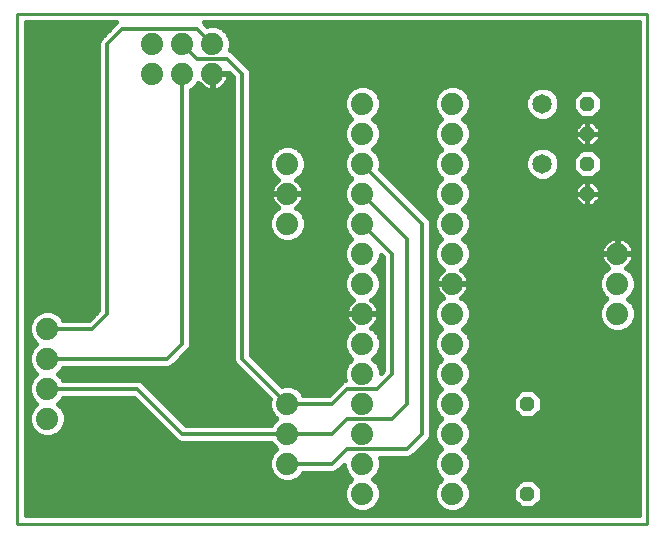
<source format=gbl>
G75*
%MOIN*%
%OFA0B0*%
%FSLAX25Y25*%
%IPPOS*%
%LPD*%
%AMOC8*
5,1,8,0,0,1.08239X$1,22.5*
%
%ADD10C,0.01000*%
%ADD11C,0.07400*%
%ADD12OC8,0.04800*%
%ADD13C,0.06500*%
%ADD14C,0.01200*%
%ADD15C,0.01600*%
D10*
X0001800Y0071500D02*
X0001800Y0241500D01*
X0211800Y0241500D01*
X0211800Y0071500D01*
X0001800Y0071500D01*
D11*
X0011800Y0106500D03*
X0011800Y0116500D03*
X0011800Y0126500D03*
X0011800Y0136500D03*
X0046800Y0221500D03*
X0046800Y0231500D03*
X0056800Y0231500D03*
X0056800Y0221500D03*
X0066800Y0221500D03*
X0066800Y0231500D03*
X0091800Y0191500D03*
X0091800Y0181500D03*
X0091800Y0171500D03*
X0116800Y0171500D03*
X0116800Y0161500D03*
X0116800Y0151500D03*
X0116800Y0141500D03*
X0116800Y0131500D03*
X0116800Y0121500D03*
X0116800Y0111500D03*
X0116800Y0101500D03*
X0116800Y0091500D03*
X0116800Y0081500D03*
X0091800Y0091500D03*
X0091800Y0101500D03*
X0091800Y0111500D03*
X0146800Y0111500D03*
X0146800Y0101500D03*
X0146800Y0091500D03*
X0146800Y0081500D03*
X0146800Y0121500D03*
X0146800Y0131500D03*
X0146800Y0141500D03*
X0146800Y0151500D03*
X0146800Y0161500D03*
X0146800Y0171500D03*
X0146800Y0181500D03*
X0146800Y0191500D03*
X0146800Y0201500D03*
X0146800Y0211500D03*
X0116800Y0211500D03*
X0116800Y0201500D03*
X0116800Y0191500D03*
X0116800Y0181500D03*
X0201800Y0161500D03*
X0201800Y0151500D03*
X0201800Y0141500D03*
D12*
X0171800Y0111500D03*
X0171800Y0081500D03*
X0191800Y0181500D03*
X0191800Y0191500D03*
X0191800Y0201500D03*
X0191800Y0211500D03*
D13*
X0176800Y0211500D03*
X0176800Y0191500D03*
D14*
X0136800Y0171500D02*
X0136800Y0101500D01*
X0131800Y0096500D01*
X0111800Y0096500D01*
X0106800Y0091500D01*
X0091800Y0091500D01*
X0091800Y0101500D02*
X0056800Y0101500D01*
X0041800Y0116500D01*
X0011800Y0116500D01*
X0011800Y0126500D02*
X0051800Y0126500D01*
X0056800Y0131500D01*
X0056800Y0221500D01*
X0061800Y0226500D02*
X0056800Y0231500D01*
X0061800Y0226500D02*
X0071800Y0226500D01*
X0076800Y0221500D01*
X0076800Y0126500D01*
X0091800Y0111500D01*
X0106800Y0111500D01*
X0111800Y0116500D01*
X0121800Y0116500D01*
X0126800Y0121500D01*
X0126800Y0161500D01*
X0116800Y0171500D01*
X0116800Y0181500D02*
X0131800Y0166500D01*
X0131800Y0111500D01*
X0126800Y0106500D01*
X0111800Y0106500D01*
X0106800Y0101500D01*
X0091800Y0101500D01*
X0031800Y0141500D02*
X0031800Y0231500D01*
X0036800Y0236500D01*
X0061800Y0236500D01*
X0066800Y0231500D01*
X0116800Y0191500D02*
X0136800Y0171500D01*
X0031800Y0141500D02*
X0026800Y0136500D01*
X0011800Y0136500D01*
D15*
X0007430Y0132243D02*
X0004700Y0132243D01*
X0004700Y0130645D02*
X0007318Y0130645D01*
X0006629Y0129955D02*
X0005700Y0127713D01*
X0005700Y0125287D01*
X0006629Y0123045D01*
X0008173Y0121500D01*
X0006629Y0119955D01*
X0005700Y0117713D01*
X0005700Y0115287D01*
X0006629Y0113045D01*
X0008173Y0111500D01*
X0006629Y0109955D01*
X0005700Y0107713D01*
X0005700Y0105287D01*
X0006629Y0103045D01*
X0008345Y0101329D01*
X0010587Y0100400D01*
X0013013Y0100400D01*
X0015255Y0101329D01*
X0016971Y0103045D01*
X0017900Y0105287D01*
X0017900Y0107713D01*
X0016971Y0109955D01*
X0015427Y0111500D01*
X0016971Y0113045D01*
X0017160Y0113500D01*
X0040557Y0113500D01*
X0054257Y0099801D01*
X0055101Y0098957D01*
X0056203Y0098500D01*
X0086440Y0098500D01*
X0086629Y0098045D01*
X0088173Y0096500D01*
X0086629Y0094955D01*
X0085700Y0092713D01*
X0085700Y0090287D01*
X0086629Y0088045D01*
X0088345Y0086329D01*
X0090587Y0085400D01*
X0093013Y0085400D01*
X0095255Y0086329D01*
X0096971Y0088045D01*
X0097160Y0088500D01*
X0107397Y0088500D01*
X0108499Y0088957D01*
X0109343Y0089801D01*
X0110700Y0091157D01*
X0110700Y0090287D01*
X0111629Y0088045D01*
X0113173Y0086500D01*
X0111629Y0084955D01*
X0110700Y0082713D01*
X0110700Y0080287D01*
X0111629Y0078045D01*
X0113345Y0076329D01*
X0115587Y0075400D01*
X0118013Y0075400D01*
X0120255Y0076329D01*
X0121971Y0078045D01*
X0122900Y0080287D01*
X0122900Y0082713D01*
X0121971Y0084955D01*
X0120427Y0086500D01*
X0121971Y0088045D01*
X0122900Y0090287D01*
X0122900Y0092713D01*
X0122574Y0093500D01*
X0132397Y0093500D01*
X0133499Y0093957D01*
X0134343Y0094801D01*
X0139343Y0099801D01*
X0139800Y0100903D01*
X0139800Y0172097D01*
X0139343Y0173199D01*
X0138499Y0174043D01*
X0122711Y0189831D01*
X0122900Y0190287D01*
X0122900Y0192713D01*
X0121971Y0194955D01*
X0120427Y0196500D01*
X0121971Y0198045D01*
X0122900Y0200287D01*
X0122900Y0202713D01*
X0121971Y0204955D01*
X0120427Y0206500D01*
X0121971Y0208045D01*
X0122900Y0210287D01*
X0122900Y0212713D01*
X0121971Y0214955D01*
X0120255Y0216671D01*
X0118013Y0217600D01*
X0115587Y0217600D01*
X0113345Y0216671D01*
X0111629Y0214955D01*
X0110700Y0212713D01*
X0110700Y0210287D01*
X0111629Y0208045D01*
X0113173Y0206500D01*
X0111629Y0204955D01*
X0110700Y0202713D01*
X0110700Y0200287D01*
X0111629Y0198045D01*
X0113173Y0196500D01*
X0111629Y0194955D01*
X0110700Y0192713D01*
X0110700Y0190287D01*
X0111629Y0188045D01*
X0113173Y0186500D01*
X0111629Y0184955D01*
X0110700Y0182713D01*
X0110700Y0180287D01*
X0111629Y0178045D01*
X0113173Y0176500D01*
X0111629Y0174955D01*
X0110700Y0172713D01*
X0110700Y0170287D01*
X0111629Y0168045D01*
X0113173Y0166500D01*
X0111629Y0164955D01*
X0110700Y0162713D01*
X0110700Y0160287D01*
X0111629Y0158045D01*
X0113173Y0156500D01*
X0111629Y0154955D01*
X0110700Y0152713D01*
X0110700Y0150287D01*
X0111629Y0148045D01*
X0113345Y0146329D01*
X0113819Y0146132D01*
X0113217Y0145695D01*
X0112605Y0145083D01*
X0112096Y0144383D01*
X0111703Y0143611D01*
X0111435Y0142788D01*
X0111300Y0141933D01*
X0111300Y0141700D01*
X0116600Y0141700D01*
X0116600Y0141300D01*
X0111300Y0141300D01*
X0111300Y0141067D01*
X0111435Y0140212D01*
X0111703Y0139389D01*
X0112096Y0138617D01*
X0112605Y0137917D01*
X0113217Y0137305D01*
X0113819Y0136868D01*
X0113345Y0136671D01*
X0111629Y0134955D01*
X0110700Y0132713D01*
X0110700Y0130287D01*
X0111629Y0128045D01*
X0113173Y0126500D01*
X0111629Y0124955D01*
X0110700Y0122713D01*
X0110700Y0120287D01*
X0111052Y0119437D01*
X0110101Y0119043D01*
X0109257Y0118199D01*
X0105557Y0114500D01*
X0097160Y0114500D01*
X0096971Y0114955D01*
X0095255Y0116671D01*
X0093013Y0117600D01*
X0090587Y0117600D01*
X0090131Y0117411D01*
X0079800Y0127743D01*
X0079800Y0222097D01*
X0079343Y0223199D01*
X0074343Y0228199D01*
X0073499Y0229043D01*
X0072548Y0229437D01*
X0072900Y0230287D01*
X0072900Y0232713D01*
X0071971Y0234955D01*
X0070255Y0236671D01*
X0068013Y0237600D01*
X0065587Y0237600D01*
X0065131Y0237411D01*
X0064343Y0238199D01*
X0063943Y0238600D01*
X0208900Y0238600D01*
X0208900Y0074400D01*
X0004700Y0074400D01*
X0004700Y0238600D01*
X0034657Y0238600D01*
X0030101Y0234043D01*
X0029257Y0233199D01*
X0028800Y0232097D01*
X0028800Y0142743D01*
X0025557Y0139500D01*
X0017160Y0139500D01*
X0016971Y0139955D01*
X0015255Y0141671D01*
X0013013Y0142600D01*
X0010587Y0142600D01*
X0008345Y0141671D01*
X0006629Y0139955D01*
X0005700Y0137713D01*
X0005700Y0135287D01*
X0006629Y0133045D01*
X0008173Y0131500D01*
X0006629Y0129955D01*
X0006252Y0129046D02*
X0004700Y0129046D01*
X0004700Y0127448D02*
X0005700Y0127448D01*
X0005700Y0125849D02*
X0004700Y0125849D01*
X0004700Y0124251D02*
X0006129Y0124251D01*
X0007021Y0122652D02*
X0004700Y0122652D01*
X0004700Y0121054D02*
X0007727Y0121054D01*
X0006422Y0119455D02*
X0004700Y0119455D01*
X0004700Y0117857D02*
X0005759Y0117857D01*
X0005700Y0116258D02*
X0004700Y0116258D01*
X0004700Y0114660D02*
X0005960Y0114660D01*
X0006622Y0113061D02*
X0004700Y0113061D01*
X0004700Y0111463D02*
X0008136Y0111463D01*
X0006591Y0109864D02*
X0004700Y0109864D01*
X0004700Y0108266D02*
X0005929Y0108266D01*
X0005700Y0106667D02*
X0004700Y0106667D01*
X0004700Y0105069D02*
X0005790Y0105069D01*
X0006452Y0103470D02*
X0004700Y0103470D01*
X0004700Y0101872D02*
X0007802Y0101872D01*
X0004700Y0100273D02*
X0053784Y0100273D01*
X0054257Y0099801D02*
X0054257Y0099801D01*
X0055781Y0098675D02*
X0004700Y0098675D01*
X0004700Y0097076D02*
X0087597Y0097076D01*
X0087151Y0095478D02*
X0004700Y0095478D01*
X0004700Y0093879D02*
X0086183Y0093879D01*
X0085700Y0092281D02*
X0004700Y0092281D01*
X0004700Y0090682D02*
X0085700Y0090682D01*
X0086198Y0089084D02*
X0004700Y0089084D01*
X0004700Y0087485D02*
X0087188Y0087485D01*
X0089412Y0085887D02*
X0004700Y0085887D01*
X0004700Y0084288D02*
X0111352Y0084288D01*
X0110700Y0082690D02*
X0004700Y0082690D01*
X0004700Y0081091D02*
X0110700Y0081091D01*
X0111029Y0079493D02*
X0004700Y0079493D01*
X0004700Y0077894D02*
X0111779Y0077894D01*
X0113425Y0076296D02*
X0004700Y0076296D01*
X0004700Y0074697D02*
X0208900Y0074697D01*
X0208900Y0076296D02*
X0150175Y0076296D01*
X0150255Y0076329D02*
X0151971Y0078045D01*
X0152900Y0080287D01*
X0152900Y0082713D01*
X0151971Y0084955D01*
X0150427Y0086500D01*
X0151971Y0088045D01*
X0152900Y0090287D01*
X0152900Y0092713D01*
X0151971Y0094955D01*
X0150427Y0096500D01*
X0151971Y0098045D01*
X0152900Y0100287D01*
X0152900Y0102713D01*
X0151971Y0104955D01*
X0150427Y0106500D01*
X0151971Y0108045D01*
X0152900Y0110287D01*
X0152900Y0112713D01*
X0151971Y0114955D01*
X0150427Y0116500D01*
X0151971Y0118045D01*
X0152900Y0120287D01*
X0152900Y0122713D01*
X0151971Y0124955D01*
X0150427Y0126500D01*
X0151971Y0128045D01*
X0152900Y0130287D01*
X0152900Y0132713D01*
X0151971Y0134955D01*
X0150427Y0136500D01*
X0151971Y0138045D01*
X0152900Y0140287D01*
X0152900Y0142713D01*
X0151971Y0144955D01*
X0150255Y0146671D01*
X0149781Y0146868D01*
X0150383Y0147305D01*
X0150995Y0147917D01*
X0151504Y0148617D01*
X0151897Y0149389D01*
X0152165Y0150212D01*
X0152300Y0151067D01*
X0152300Y0151300D01*
X0147000Y0151300D01*
X0147000Y0151700D01*
X0152300Y0151700D01*
X0152300Y0151933D01*
X0152165Y0152788D01*
X0151897Y0153611D01*
X0151504Y0154383D01*
X0150995Y0155083D01*
X0150383Y0155695D01*
X0149781Y0156132D01*
X0150255Y0156329D01*
X0151971Y0158045D01*
X0152900Y0160287D01*
X0152900Y0162713D01*
X0151971Y0164955D01*
X0150427Y0166500D01*
X0151971Y0168045D01*
X0152900Y0170287D01*
X0152900Y0172713D01*
X0151971Y0174955D01*
X0150427Y0176500D01*
X0151971Y0178045D01*
X0152900Y0180287D01*
X0152900Y0182713D01*
X0151971Y0184955D01*
X0150427Y0186500D01*
X0151971Y0188045D01*
X0152900Y0190287D01*
X0152900Y0192713D01*
X0151971Y0194955D01*
X0150427Y0196500D01*
X0151971Y0198045D01*
X0152900Y0200287D01*
X0152900Y0202713D01*
X0151971Y0204955D01*
X0150427Y0206500D01*
X0151971Y0208045D01*
X0152900Y0210287D01*
X0152900Y0212713D01*
X0151971Y0214955D01*
X0150255Y0216671D01*
X0148013Y0217600D01*
X0145587Y0217600D01*
X0143345Y0216671D01*
X0141629Y0214955D01*
X0140700Y0212713D01*
X0140700Y0210287D01*
X0141629Y0208045D01*
X0143173Y0206500D01*
X0141629Y0204955D01*
X0140700Y0202713D01*
X0140700Y0200287D01*
X0141629Y0198045D01*
X0143173Y0196500D01*
X0141629Y0194955D01*
X0140700Y0192713D01*
X0140700Y0190287D01*
X0141629Y0188045D01*
X0143173Y0186500D01*
X0141629Y0184955D01*
X0140700Y0182713D01*
X0140700Y0180287D01*
X0141629Y0178045D01*
X0143173Y0176500D01*
X0141629Y0174955D01*
X0140700Y0172713D01*
X0140700Y0170287D01*
X0141629Y0168045D01*
X0143173Y0166500D01*
X0141629Y0164955D01*
X0140700Y0162713D01*
X0140700Y0160287D01*
X0141629Y0158045D01*
X0143345Y0156329D01*
X0143819Y0156132D01*
X0143217Y0155695D01*
X0142605Y0155083D01*
X0142096Y0154383D01*
X0141703Y0153611D01*
X0141435Y0152788D01*
X0141300Y0151933D01*
X0141300Y0151700D01*
X0146600Y0151700D01*
X0146600Y0151300D01*
X0141300Y0151300D01*
X0141300Y0151067D01*
X0141435Y0150212D01*
X0141703Y0149389D01*
X0142096Y0148617D01*
X0142605Y0147917D01*
X0143217Y0147305D01*
X0143819Y0146868D01*
X0143345Y0146671D01*
X0141629Y0144955D01*
X0140700Y0142713D01*
X0140700Y0140287D01*
X0141629Y0138045D01*
X0143173Y0136500D01*
X0141629Y0134955D01*
X0140700Y0132713D01*
X0140700Y0130287D01*
X0141629Y0128045D01*
X0143173Y0126500D01*
X0141629Y0124955D01*
X0140700Y0122713D01*
X0140700Y0120287D01*
X0141629Y0118045D01*
X0143173Y0116500D01*
X0141629Y0114955D01*
X0140700Y0112713D01*
X0140700Y0110287D01*
X0141629Y0108045D01*
X0143173Y0106500D01*
X0141629Y0104955D01*
X0140700Y0102713D01*
X0140700Y0100287D01*
X0141629Y0098045D01*
X0143173Y0096500D01*
X0141629Y0094955D01*
X0140700Y0092713D01*
X0140700Y0090287D01*
X0141629Y0088045D01*
X0143173Y0086500D01*
X0141629Y0084955D01*
X0140700Y0082713D01*
X0140700Y0080287D01*
X0141629Y0078045D01*
X0143345Y0076329D01*
X0145587Y0075400D01*
X0148013Y0075400D01*
X0150255Y0076329D01*
X0151821Y0077894D02*
X0168618Y0077894D01*
X0169812Y0076700D02*
X0167000Y0079512D01*
X0167000Y0083488D01*
X0169812Y0086300D01*
X0173788Y0086300D01*
X0176600Y0083488D01*
X0176600Y0079512D01*
X0173788Y0076700D01*
X0169812Y0076700D01*
X0167019Y0079493D02*
X0152571Y0079493D01*
X0152900Y0081091D02*
X0167000Y0081091D01*
X0167000Y0082690D02*
X0152900Y0082690D01*
X0152248Y0084288D02*
X0167800Y0084288D01*
X0169398Y0085887D02*
X0151040Y0085887D01*
X0151412Y0087485D02*
X0208900Y0087485D01*
X0208900Y0085887D02*
X0174202Y0085887D01*
X0175800Y0084288D02*
X0208900Y0084288D01*
X0208900Y0082690D02*
X0176600Y0082690D01*
X0176600Y0081091D02*
X0208900Y0081091D01*
X0208900Y0079493D02*
X0176581Y0079493D01*
X0174982Y0077894D02*
X0208900Y0077894D01*
X0208900Y0089084D02*
X0152402Y0089084D01*
X0152900Y0090682D02*
X0208900Y0090682D01*
X0208900Y0092281D02*
X0152900Y0092281D01*
X0152417Y0093879D02*
X0208900Y0093879D01*
X0208900Y0095478D02*
X0151449Y0095478D01*
X0151003Y0097076D02*
X0208900Y0097076D01*
X0208900Y0098675D02*
X0152232Y0098675D01*
X0152894Y0100273D02*
X0208900Y0100273D01*
X0208900Y0101872D02*
X0152900Y0101872D01*
X0152586Y0103470D02*
X0208900Y0103470D01*
X0208900Y0105069D02*
X0151858Y0105069D01*
X0150594Y0106667D02*
X0208900Y0106667D01*
X0208900Y0108266D02*
X0175354Y0108266D01*
X0176600Y0109512D02*
X0173788Y0106700D01*
X0169812Y0106700D01*
X0167000Y0109512D01*
X0167000Y0113488D01*
X0169812Y0116300D01*
X0173788Y0116300D01*
X0176600Y0113488D01*
X0176600Y0109512D01*
X0176600Y0109864D02*
X0208900Y0109864D01*
X0208900Y0111463D02*
X0176600Y0111463D01*
X0176600Y0113061D02*
X0208900Y0113061D01*
X0208900Y0114660D02*
X0175428Y0114660D01*
X0173830Y0116258D02*
X0208900Y0116258D01*
X0208900Y0117857D02*
X0151784Y0117857D01*
X0152556Y0119455D02*
X0208900Y0119455D01*
X0208900Y0121054D02*
X0152900Y0121054D01*
X0152900Y0122652D02*
X0208900Y0122652D01*
X0208900Y0124251D02*
X0152263Y0124251D01*
X0151077Y0125849D02*
X0208900Y0125849D01*
X0208900Y0127448D02*
X0151375Y0127448D01*
X0152386Y0129046D02*
X0208900Y0129046D01*
X0208900Y0130645D02*
X0152900Y0130645D01*
X0152900Y0132243D02*
X0208900Y0132243D01*
X0208900Y0133842D02*
X0152433Y0133842D01*
X0151486Y0135440D02*
X0200489Y0135440D01*
X0200587Y0135400D02*
X0203013Y0135400D01*
X0205255Y0136329D01*
X0206971Y0138045D01*
X0207900Y0140287D01*
X0207900Y0142713D01*
X0206971Y0144955D01*
X0205427Y0146500D01*
X0206971Y0148045D01*
X0207900Y0150287D01*
X0207900Y0152713D01*
X0206971Y0154955D01*
X0205255Y0156671D01*
X0204781Y0156868D01*
X0205383Y0157305D01*
X0205995Y0157917D01*
X0206504Y0158617D01*
X0206897Y0159389D01*
X0207165Y0160212D01*
X0207300Y0161067D01*
X0207300Y0161300D01*
X0202000Y0161300D01*
X0202000Y0161700D01*
X0207300Y0161700D01*
X0207300Y0161933D01*
X0207165Y0162788D01*
X0206897Y0163611D01*
X0206504Y0164383D01*
X0205995Y0165083D01*
X0205383Y0165695D01*
X0204683Y0166204D01*
X0203911Y0166597D01*
X0203088Y0166865D01*
X0202233Y0167000D01*
X0202000Y0167000D01*
X0202000Y0161700D01*
X0201600Y0161700D01*
X0201600Y0167000D01*
X0201367Y0167000D01*
X0200512Y0166865D01*
X0199689Y0166597D01*
X0198917Y0166204D01*
X0198217Y0165695D01*
X0197605Y0165083D01*
X0197096Y0164383D01*
X0196703Y0163611D01*
X0196435Y0162788D01*
X0196300Y0161933D01*
X0196300Y0161700D01*
X0201600Y0161700D01*
X0201600Y0161300D01*
X0196300Y0161300D01*
X0196300Y0161067D01*
X0196435Y0160212D01*
X0196703Y0159389D01*
X0197096Y0158617D01*
X0197605Y0157917D01*
X0198217Y0157305D01*
X0198819Y0156868D01*
X0198345Y0156671D01*
X0196629Y0154955D01*
X0195700Y0152713D01*
X0195700Y0150287D01*
X0196629Y0148045D01*
X0198173Y0146500D01*
X0196629Y0144955D01*
X0195700Y0142713D01*
X0195700Y0140287D01*
X0196629Y0138045D01*
X0198345Y0136329D01*
X0200587Y0135400D01*
X0197634Y0137039D02*
X0150966Y0137039D01*
X0152217Y0138637D02*
X0196383Y0138637D01*
X0195721Y0140236D02*
X0152879Y0140236D01*
X0152900Y0141834D02*
X0195700Y0141834D01*
X0195998Y0143433D02*
X0152602Y0143433D01*
X0151895Y0145032D02*
X0196705Y0145032D01*
X0198043Y0146630D02*
X0150297Y0146630D01*
X0151222Y0148229D02*
X0196552Y0148229D01*
X0195890Y0149827D02*
X0152039Y0149827D01*
X0152088Y0153024D02*
X0195829Y0153024D01*
X0195700Y0151426D02*
X0147000Y0151426D01*
X0146600Y0151426D02*
X0139800Y0151426D01*
X0139800Y0153024D02*
X0141512Y0153024D01*
X0142270Y0154623D02*
X0139800Y0154623D01*
X0139800Y0156221D02*
X0143604Y0156221D01*
X0141854Y0157820D02*
X0139800Y0157820D01*
X0139800Y0159418D02*
X0141060Y0159418D01*
X0140700Y0161017D02*
X0139800Y0161017D01*
X0139800Y0162615D02*
X0140700Y0162615D01*
X0141321Y0164214D02*
X0139800Y0164214D01*
X0139800Y0165812D02*
X0142485Y0165812D01*
X0142263Y0167411D02*
X0139800Y0167411D01*
X0139800Y0169009D02*
X0141229Y0169009D01*
X0140700Y0170608D02*
X0139800Y0170608D01*
X0139755Y0172206D02*
X0140700Y0172206D01*
X0141152Y0173805D02*
X0138738Y0173805D01*
X0137139Y0175403D02*
X0142077Y0175403D01*
X0142672Y0177002D02*
X0135541Y0177002D01*
X0133942Y0178600D02*
X0141399Y0178600D01*
X0140736Y0180199D02*
X0132344Y0180199D01*
X0130745Y0181797D02*
X0140700Y0181797D01*
X0140983Y0183396D02*
X0129147Y0183396D01*
X0127548Y0184994D02*
X0141668Y0184994D01*
X0143080Y0186593D02*
X0125950Y0186593D01*
X0124351Y0188191D02*
X0141568Y0188191D01*
X0140906Y0189790D02*
X0122753Y0189790D01*
X0122900Y0191388D02*
X0140700Y0191388D01*
X0140813Y0192987D02*
X0122787Y0192987D01*
X0122125Y0194585D02*
X0141475Y0194585D01*
X0142857Y0196184D02*
X0120743Y0196184D01*
X0121709Y0197782D02*
X0141891Y0197782D01*
X0141075Y0199381D02*
X0122525Y0199381D01*
X0122900Y0200979D02*
X0140700Y0200979D01*
X0140700Y0202578D02*
X0122900Y0202578D01*
X0122294Y0204176D02*
X0141306Y0204176D01*
X0142448Y0205775D02*
X0121152Y0205775D01*
X0121300Y0207373D02*
X0142300Y0207373D01*
X0141245Y0208972D02*
X0122355Y0208972D01*
X0122900Y0210570D02*
X0140700Y0210570D01*
X0140700Y0212169D02*
X0122900Y0212169D01*
X0122463Y0213768D02*
X0141137Y0213768D01*
X0142039Y0215366D02*
X0121561Y0215366D01*
X0119548Y0216965D02*
X0144052Y0216965D01*
X0149548Y0216965D02*
X0175228Y0216965D01*
X0175676Y0217150D02*
X0173600Y0216290D01*
X0172010Y0214700D01*
X0171150Y0212624D01*
X0171150Y0210376D01*
X0172010Y0208300D01*
X0173600Y0206710D01*
X0175676Y0205850D01*
X0177924Y0205850D01*
X0180000Y0206710D01*
X0181590Y0208300D01*
X0182450Y0210376D01*
X0182450Y0212624D01*
X0181590Y0214700D01*
X0180000Y0216290D01*
X0177924Y0217150D01*
X0175676Y0217150D01*
X0178372Y0216965D02*
X0208900Y0216965D01*
X0208900Y0218563D02*
X0079800Y0218563D01*
X0079800Y0216965D02*
X0114052Y0216965D01*
X0112039Y0215366D02*
X0079800Y0215366D01*
X0079800Y0213768D02*
X0111137Y0213768D01*
X0110700Y0212169D02*
X0079800Y0212169D01*
X0079800Y0210570D02*
X0110700Y0210570D01*
X0111245Y0208972D02*
X0079800Y0208972D01*
X0079800Y0207373D02*
X0112300Y0207373D01*
X0112448Y0205775D02*
X0079800Y0205775D01*
X0079800Y0204176D02*
X0111306Y0204176D01*
X0110700Y0202578D02*
X0079800Y0202578D01*
X0079800Y0200979D02*
X0110700Y0200979D01*
X0111075Y0199381D02*
X0079800Y0199381D01*
X0079800Y0197782D02*
X0111891Y0197782D01*
X0112857Y0196184D02*
X0095743Y0196184D01*
X0095255Y0196671D02*
X0093013Y0197600D01*
X0090587Y0197600D01*
X0088345Y0196671D01*
X0086629Y0194955D01*
X0085700Y0192713D01*
X0085700Y0190287D01*
X0086629Y0188045D01*
X0088345Y0186329D01*
X0088819Y0186132D01*
X0088217Y0185695D01*
X0087605Y0185083D01*
X0087096Y0184383D01*
X0086703Y0183611D01*
X0086435Y0182788D01*
X0086300Y0181933D01*
X0086300Y0181700D01*
X0091600Y0181700D01*
X0091600Y0181300D01*
X0086300Y0181300D01*
X0086300Y0181067D01*
X0086435Y0180212D01*
X0086703Y0179389D01*
X0087096Y0178617D01*
X0087605Y0177917D01*
X0088217Y0177305D01*
X0088819Y0176868D01*
X0088345Y0176671D01*
X0086629Y0174955D01*
X0085700Y0172713D01*
X0085700Y0170287D01*
X0086629Y0168045D01*
X0088345Y0166329D01*
X0090587Y0165400D01*
X0093013Y0165400D01*
X0095255Y0166329D01*
X0096971Y0168045D01*
X0097900Y0170287D01*
X0097900Y0172713D01*
X0096971Y0174955D01*
X0095255Y0176671D01*
X0094781Y0176868D01*
X0095383Y0177305D01*
X0095995Y0177917D01*
X0096504Y0178617D01*
X0096897Y0179389D01*
X0097165Y0180212D01*
X0097300Y0181067D01*
X0097300Y0181300D01*
X0092000Y0181300D01*
X0092000Y0181700D01*
X0097300Y0181700D01*
X0097300Y0181933D01*
X0097165Y0182788D01*
X0096897Y0183611D01*
X0096504Y0184383D01*
X0095995Y0185083D01*
X0095383Y0185695D01*
X0094781Y0186132D01*
X0095255Y0186329D01*
X0096971Y0188045D01*
X0097900Y0190287D01*
X0097900Y0192713D01*
X0096971Y0194955D01*
X0095255Y0196671D01*
X0097125Y0194585D02*
X0111475Y0194585D01*
X0110813Y0192987D02*
X0097787Y0192987D01*
X0097900Y0191388D02*
X0110700Y0191388D01*
X0110906Y0189790D02*
X0097694Y0189790D01*
X0097032Y0188191D02*
X0111568Y0188191D01*
X0113080Y0186593D02*
X0095520Y0186593D01*
X0096060Y0184994D02*
X0111668Y0184994D01*
X0110983Y0183396D02*
X0096967Y0183396D01*
X0097300Y0181797D02*
X0110700Y0181797D01*
X0110736Y0180199D02*
X0097160Y0180199D01*
X0096492Y0178600D02*
X0111399Y0178600D01*
X0112672Y0177002D02*
X0094966Y0177002D01*
X0096523Y0175403D02*
X0112077Y0175403D01*
X0111152Y0173805D02*
X0097448Y0173805D01*
X0097900Y0172206D02*
X0110700Y0172206D01*
X0110700Y0170608D02*
X0097900Y0170608D01*
X0097371Y0169009D02*
X0111229Y0169009D01*
X0112263Y0167411D02*
X0096337Y0167411D01*
X0094008Y0165812D02*
X0112485Y0165812D01*
X0111321Y0164214D02*
X0079800Y0164214D01*
X0079800Y0165812D02*
X0089592Y0165812D01*
X0087263Y0167411D02*
X0079800Y0167411D01*
X0079800Y0169009D02*
X0086229Y0169009D01*
X0085700Y0170608D02*
X0079800Y0170608D01*
X0079800Y0172206D02*
X0085700Y0172206D01*
X0086152Y0173805D02*
X0079800Y0173805D01*
X0079800Y0175403D02*
X0087077Y0175403D01*
X0088634Y0177002D02*
X0079800Y0177002D01*
X0079800Y0178600D02*
X0087108Y0178600D01*
X0086440Y0180199D02*
X0079800Y0180199D01*
X0079800Y0181797D02*
X0086300Y0181797D01*
X0086633Y0183396D02*
X0079800Y0183396D01*
X0079800Y0184994D02*
X0087540Y0184994D01*
X0088080Y0186593D02*
X0079800Y0186593D01*
X0079800Y0188191D02*
X0086568Y0188191D01*
X0085906Y0189790D02*
X0079800Y0189790D01*
X0079800Y0191388D02*
X0085700Y0191388D01*
X0085813Y0192987D02*
X0079800Y0192987D01*
X0079800Y0194585D02*
X0086475Y0194585D01*
X0087857Y0196184D02*
X0079800Y0196184D01*
X0073800Y0196184D02*
X0059800Y0196184D01*
X0059800Y0197782D02*
X0073800Y0197782D01*
X0073800Y0199381D02*
X0059800Y0199381D01*
X0059800Y0200979D02*
X0073800Y0200979D01*
X0073800Y0202578D02*
X0059800Y0202578D01*
X0059800Y0204176D02*
X0073800Y0204176D01*
X0073800Y0205775D02*
X0059800Y0205775D01*
X0059800Y0207373D02*
X0073800Y0207373D01*
X0073800Y0208972D02*
X0059800Y0208972D01*
X0059800Y0210570D02*
X0073800Y0210570D01*
X0073800Y0212169D02*
X0059800Y0212169D01*
X0059800Y0213768D02*
X0073800Y0213768D01*
X0073800Y0215366D02*
X0059800Y0215366D01*
X0059800Y0216140D02*
X0060255Y0216329D01*
X0061971Y0218045D01*
X0062168Y0218519D01*
X0062605Y0217917D01*
X0063217Y0217305D01*
X0063917Y0216796D01*
X0064689Y0216403D01*
X0065512Y0216135D01*
X0066367Y0216000D01*
X0066600Y0216000D01*
X0066600Y0221300D01*
X0067000Y0221300D01*
X0067000Y0221700D01*
X0072300Y0221700D01*
X0072300Y0221757D01*
X0073800Y0220257D01*
X0073800Y0125903D01*
X0074257Y0124801D01*
X0085889Y0113169D01*
X0085700Y0112713D01*
X0085700Y0110287D01*
X0086629Y0108045D01*
X0088173Y0106500D01*
X0086629Y0104955D01*
X0086440Y0104500D01*
X0058043Y0104500D01*
X0043499Y0119043D01*
X0042397Y0119500D01*
X0017160Y0119500D01*
X0016971Y0119955D01*
X0015427Y0121500D01*
X0016971Y0123045D01*
X0017160Y0123500D01*
X0052397Y0123500D01*
X0053499Y0123957D01*
X0054343Y0124801D01*
X0058499Y0128957D01*
X0059343Y0129801D01*
X0059800Y0130903D01*
X0059800Y0216140D01*
X0060891Y0216965D02*
X0063685Y0216965D01*
X0066600Y0216965D02*
X0067000Y0216965D01*
X0067000Y0216000D02*
X0067233Y0216000D01*
X0068088Y0216135D01*
X0068911Y0216403D01*
X0069683Y0216796D01*
X0070383Y0217305D01*
X0070995Y0217917D01*
X0071504Y0218617D01*
X0071897Y0219389D01*
X0072165Y0220212D01*
X0072300Y0221067D01*
X0072300Y0221300D01*
X0067000Y0221300D01*
X0067000Y0216000D01*
X0067000Y0218563D02*
X0066600Y0218563D01*
X0066600Y0220162D02*
X0067000Y0220162D01*
X0069915Y0216965D02*
X0073800Y0216965D01*
X0073800Y0218563D02*
X0071465Y0218563D01*
X0072148Y0220162D02*
X0073800Y0220162D01*
X0077586Y0224957D02*
X0208900Y0224957D01*
X0208900Y0223359D02*
X0079184Y0223359D01*
X0079800Y0221760D02*
X0208900Y0221760D01*
X0208900Y0220162D02*
X0079800Y0220162D01*
X0075987Y0226556D02*
X0208900Y0226556D01*
X0208900Y0228154D02*
X0074389Y0228154D01*
X0072679Y0229753D02*
X0208900Y0229753D01*
X0208900Y0231351D02*
X0072900Y0231351D01*
X0072802Y0232950D02*
X0208900Y0232950D01*
X0208900Y0234548D02*
X0072140Y0234548D01*
X0070780Y0236147D02*
X0208900Y0236147D01*
X0208900Y0237745D02*
X0064797Y0237745D01*
X0033803Y0237745D02*
X0004700Y0237745D01*
X0004700Y0236147D02*
X0032204Y0236147D01*
X0030606Y0234548D02*
X0004700Y0234548D01*
X0004700Y0232950D02*
X0029153Y0232950D01*
X0028800Y0231351D02*
X0004700Y0231351D01*
X0004700Y0229753D02*
X0028800Y0229753D01*
X0028800Y0228154D02*
X0004700Y0228154D01*
X0004700Y0226556D02*
X0028800Y0226556D01*
X0028800Y0224957D02*
X0004700Y0224957D01*
X0004700Y0223359D02*
X0028800Y0223359D01*
X0028800Y0221760D02*
X0004700Y0221760D01*
X0004700Y0220162D02*
X0028800Y0220162D01*
X0028800Y0218563D02*
X0004700Y0218563D01*
X0004700Y0216965D02*
X0028800Y0216965D01*
X0028800Y0215366D02*
X0004700Y0215366D01*
X0004700Y0213768D02*
X0028800Y0213768D01*
X0028800Y0212169D02*
X0004700Y0212169D01*
X0004700Y0210570D02*
X0028800Y0210570D01*
X0028800Y0208972D02*
X0004700Y0208972D01*
X0004700Y0207373D02*
X0028800Y0207373D01*
X0028800Y0205775D02*
X0004700Y0205775D01*
X0004700Y0204176D02*
X0028800Y0204176D01*
X0028800Y0202578D02*
X0004700Y0202578D01*
X0004700Y0200979D02*
X0028800Y0200979D01*
X0028800Y0199381D02*
X0004700Y0199381D01*
X0004700Y0197782D02*
X0028800Y0197782D01*
X0028800Y0196184D02*
X0004700Y0196184D01*
X0004700Y0194585D02*
X0028800Y0194585D01*
X0028800Y0192987D02*
X0004700Y0192987D01*
X0004700Y0191388D02*
X0028800Y0191388D01*
X0028800Y0189790D02*
X0004700Y0189790D01*
X0004700Y0188191D02*
X0028800Y0188191D01*
X0028800Y0186593D02*
X0004700Y0186593D01*
X0004700Y0184994D02*
X0028800Y0184994D01*
X0028800Y0183396D02*
X0004700Y0183396D01*
X0004700Y0181797D02*
X0028800Y0181797D01*
X0028800Y0180199D02*
X0004700Y0180199D01*
X0004700Y0178600D02*
X0028800Y0178600D01*
X0028800Y0177002D02*
X0004700Y0177002D01*
X0004700Y0175403D02*
X0028800Y0175403D01*
X0028800Y0173805D02*
X0004700Y0173805D01*
X0004700Y0172206D02*
X0028800Y0172206D01*
X0028800Y0170608D02*
X0004700Y0170608D01*
X0004700Y0169009D02*
X0028800Y0169009D01*
X0028800Y0167411D02*
X0004700Y0167411D01*
X0004700Y0165812D02*
X0028800Y0165812D01*
X0028800Y0164214D02*
X0004700Y0164214D01*
X0004700Y0162615D02*
X0028800Y0162615D01*
X0028800Y0161017D02*
X0004700Y0161017D01*
X0004700Y0159418D02*
X0028800Y0159418D01*
X0028800Y0157820D02*
X0004700Y0157820D01*
X0004700Y0156221D02*
X0028800Y0156221D01*
X0028800Y0154623D02*
X0004700Y0154623D01*
X0004700Y0153024D02*
X0028800Y0153024D01*
X0028800Y0151426D02*
X0004700Y0151426D01*
X0004700Y0149827D02*
X0028800Y0149827D01*
X0028800Y0148229D02*
X0004700Y0148229D01*
X0004700Y0146630D02*
X0028800Y0146630D01*
X0028800Y0145032D02*
X0004700Y0145032D01*
X0004700Y0143433D02*
X0028800Y0143433D01*
X0027892Y0141834D02*
X0014861Y0141834D01*
X0016691Y0140236D02*
X0026293Y0140236D01*
X0016579Y0122652D02*
X0076405Y0122652D01*
X0078003Y0121054D02*
X0015873Y0121054D01*
X0016978Y0113061D02*
X0040996Y0113061D01*
X0042595Y0111463D02*
X0015464Y0111463D01*
X0017009Y0109864D02*
X0044193Y0109864D01*
X0045792Y0108266D02*
X0017671Y0108266D01*
X0017900Y0106667D02*
X0047390Y0106667D01*
X0048989Y0105069D02*
X0017810Y0105069D01*
X0017148Y0103470D02*
X0050587Y0103470D01*
X0052186Y0101872D02*
X0015798Y0101872D01*
X0042505Y0119455D02*
X0079602Y0119455D01*
X0081201Y0117857D02*
X0044686Y0117857D01*
X0046284Y0116258D02*
X0082799Y0116258D01*
X0084398Y0114660D02*
X0047883Y0114660D01*
X0049481Y0113061D02*
X0085844Y0113061D01*
X0085700Y0111463D02*
X0051080Y0111463D01*
X0052678Y0109864D02*
X0085875Y0109864D01*
X0086537Y0108266D02*
X0054277Y0108266D01*
X0055875Y0106667D02*
X0088006Y0106667D01*
X0086742Y0105069D02*
X0057474Y0105069D01*
X0053794Y0124251D02*
X0074806Y0124251D01*
X0073822Y0125849D02*
X0055392Y0125849D01*
X0056991Y0127448D02*
X0073800Y0127448D01*
X0073800Y0129046D02*
X0058589Y0129046D01*
X0059693Y0130645D02*
X0073800Y0130645D01*
X0073800Y0132243D02*
X0059800Y0132243D01*
X0059800Y0133842D02*
X0073800Y0133842D01*
X0073800Y0135440D02*
X0059800Y0135440D01*
X0059800Y0137039D02*
X0073800Y0137039D01*
X0073800Y0138637D02*
X0059800Y0138637D01*
X0059800Y0140236D02*
X0073800Y0140236D01*
X0073800Y0141834D02*
X0059800Y0141834D01*
X0059800Y0143433D02*
X0073800Y0143433D01*
X0073800Y0145032D02*
X0059800Y0145032D01*
X0059800Y0146630D02*
X0073800Y0146630D01*
X0073800Y0148229D02*
X0059800Y0148229D01*
X0059800Y0149827D02*
X0073800Y0149827D01*
X0073800Y0151426D02*
X0059800Y0151426D01*
X0059800Y0153024D02*
X0073800Y0153024D01*
X0073800Y0154623D02*
X0059800Y0154623D01*
X0059800Y0156221D02*
X0073800Y0156221D01*
X0073800Y0157820D02*
X0059800Y0157820D01*
X0059800Y0159418D02*
X0073800Y0159418D01*
X0073800Y0161017D02*
X0059800Y0161017D01*
X0059800Y0162615D02*
X0073800Y0162615D01*
X0073800Y0164214D02*
X0059800Y0164214D01*
X0059800Y0165812D02*
X0073800Y0165812D01*
X0073800Y0167411D02*
X0059800Y0167411D01*
X0059800Y0169009D02*
X0073800Y0169009D01*
X0073800Y0170608D02*
X0059800Y0170608D01*
X0059800Y0172206D02*
X0073800Y0172206D01*
X0073800Y0173805D02*
X0059800Y0173805D01*
X0059800Y0175403D02*
X0073800Y0175403D01*
X0073800Y0177002D02*
X0059800Y0177002D01*
X0059800Y0178600D02*
X0073800Y0178600D01*
X0073800Y0180199D02*
X0059800Y0180199D01*
X0059800Y0181797D02*
X0073800Y0181797D01*
X0073800Y0183396D02*
X0059800Y0183396D01*
X0059800Y0184994D02*
X0073800Y0184994D01*
X0073800Y0186593D02*
X0059800Y0186593D01*
X0059800Y0188191D02*
X0073800Y0188191D01*
X0073800Y0189790D02*
X0059800Y0189790D01*
X0059800Y0191388D02*
X0073800Y0191388D01*
X0073800Y0192987D02*
X0059800Y0192987D01*
X0059800Y0194585D02*
X0073800Y0194585D01*
X0079800Y0162615D02*
X0110700Y0162615D01*
X0110700Y0161017D02*
X0079800Y0161017D01*
X0079800Y0159418D02*
X0111060Y0159418D01*
X0111854Y0157820D02*
X0079800Y0157820D01*
X0079800Y0156221D02*
X0112894Y0156221D01*
X0111491Y0154623D02*
X0079800Y0154623D01*
X0079800Y0153024D02*
X0110829Y0153024D01*
X0110700Y0151426D02*
X0079800Y0151426D01*
X0079800Y0149827D02*
X0110890Y0149827D01*
X0111552Y0148229D02*
X0079800Y0148229D01*
X0079800Y0146630D02*
X0113043Y0146630D01*
X0112567Y0145032D02*
X0079800Y0145032D01*
X0079800Y0143433D02*
X0111645Y0143433D01*
X0111300Y0141834D02*
X0079800Y0141834D01*
X0079800Y0140236D02*
X0111432Y0140236D01*
X0112086Y0138637D02*
X0079800Y0138637D01*
X0079800Y0137039D02*
X0113583Y0137039D01*
X0112114Y0135440D02*
X0079800Y0135440D01*
X0079800Y0133842D02*
X0111167Y0133842D01*
X0110700Y0132243D02*
X0079800Y0132243D01*
X0079800Y0130645D02*
X0110700Y0130645D01*
X0111214Y0129046D02*
X0079800Y0129046D01*
X0080095Y0127448D02*
X0112225Y0127448D01*
X0112523Y0125849D02*
X0081693Y0125849D01*
X0083292Y0124251D02*
X0111337Y0124251D01*
X0110700Y0122652D02*
X0084890Y0122652D01*
X0086489Y0121054D02*
X0110700Y0121054D01*
X0111044Y0119455D02*
X0088087Y0119455D01*
X0089686Y0117857D02*
X0108914Y0117857D01*
X0107316Y0116258D02*
X0095668Y0116258D01*
X0097094Y0114660D02*
X0105717Y0114660D01*
X0120427Y0126500D02*
X0121971Y0128045D01*
X0122900Y0130287D01*
X0122900Y0132713D01*
X0121971Y0134955D01*
X0120255Y0136671D01*
X0119781Y0136868D01*
X0120383Y0137305D01*
X0120995Y0137917D01*
X0121504Y0138617D01*
X0121897Y0139389D01*
X0122165Y0140212D01*
X0122300Y0141067D01*
X0122300Y0141300D01*
X0117000Y0141300D01*
X0117000Y0141700D01*
X0122300Y0141700D01*
X0122300Y0141933D01*
X0122165Y0142788D01*
X0121897Y0143611D01*
X0121504Y0144383D01*
X0120995Y0145083D01*
X0120383Y0145695D01*
X0119781Y0146132D01*
X0120255Y0146329D01*
X0121971Y0148045D01*
X0122900Y0150287D01*
X0122900Y0152713D01*
X0121971Y0154955D01*
X0120427Y0156500D01*
X0121971Y0158045D01*
X0122900Y0160287D01*
X0122900Y0161157D01*
X0123800Y0160257D01*
X0123800Y0122743D01*
X0122900Y0121843D01*
X0122900Y0122713D01*
X0121971Y0124955D01*
X0120427Y0126500D01*
X0121077Y0125849D02*
X0123800Y0125849D01*
X0123800Y0124251D02*
X0122263Y0124251D01*
X0122900Y0122652D02*
X0123710Y0122652D01*
X0123800Y0127448D02*
X0121375Y0127448D01*
X0122386Y0129046D02*
X0123800Y0129046D01*
X0123800Y0130645D02*
X0122900Y0130645D01*
X0122900Y0132243D02*
X0123800Y0132243D01*
X0123800Y0133842D02*
X0122433Y0133842D01*
X0121486Y0135440D02*
X0123800Y0135440D01*
X0123800Y0137039D02*
X0120017Y0137039D01*
X0121514Y0138637D02*
X0123800Y0138637D01*
X0123800Y0140236D02*
X0122168Y0140236D01*
X0122300Y0141834D02*
X0123800Y0141834D01*
X0123800Y0143433D02*
X0121955Y0143433D01*
X0121033Y0145032D02*
X0123800Y0145032D01*
X0123800Y0146630D02*
X0120557Y0146630D01*
X0122048Y0148229D02*
X0123800Y0148229D01*
X0123800Y0149827D02*
X0122710Y0149827D01*
X0122900Y0151426D02*
X0123800Y0151426D01*
X0123800Y0153024D02*
X0122771Y0153024D01*
X0122109Y0154623D02*
X0123800Y0154623D01*
X0123800Y0156221D02*
X0120706Y0156221D01*
X0121746Y0157820D02*
X0123800Y0157820D01*
X0123800Y0159418D02*
X0122540Y0159418D01*
X0122900Y0161017D02*
X0123041Y0161017D01*
X0139800Y0149827D02*
X0141561Y0149827D01*
X0142378Y0148229D02*
X0139800Y0148229D01*
X0139800Y0146630D02*
X0143303Y0146630D01*
X0141705Y0145032D02*
X0139800Y0145032D01*
X0139800Y0143433D02*
X0140998Y0143433D01*
X0140700Y0141834D02*
X0139800Y0141834D01*
X0139800Y0140236D02*
X0140721Y0140236D01*
X0141383Y0138637D02*
X0139800Y0138637D01*
X0139800Y0137039D02*
X0142634Y0137039D01*
X0142114Y0135440D02*
X0139800Y0135440D01*
X0139800Y0133842D02*
X0141167Y0133842D01*
X0140700Y0132243D02*
X0139800Y0132243D01*
X0139800Y0130645D02*
X0140700Y0130645D01*
X0141214Y0129046D02*
X0139800Y0129046D01*
X0139800Y0127448D02*
X0142225Y0127448D01*
X0142523Y0125849D02*
X0139800Y0125849D01*
X0139800Y0124251D02*
X0141337Y0124251D01*
X0140700Y0122652D02*
X0139800Y0122652D01*
X0139800Y0121054D02*
X0140700Y0121054D01*
X0141044Y0119455D02*
X0139800Y0119455D01*
X0139800Y0117857D02*
X0141816Y0117857D01*
X0142932Y0116258D02*
X0139800Y0116258D01*
X0139800Y0114660D02*
X0141506Y0114660D01*
X0140844Y0113061D02*
X0139800Y0113061D01*
X0139800Y0111463D02*
X0140700Y0111463D01*
X0140875Y0109864D02*
X0139800Y0109864D01*
X0139800Y0108266D02*
X0141537Y0108266D01*
X0143006Y0106667D02*
X0139800Y0106667D01*
X0139800Y0105069D02*
X0141742Y0105069D01*
X0141014Y0103470D02*
X0139800Y0103470D01*
X0139800Y0101872D02*
X0140700Y0101872D01*
X0140706Y0100273D02*
X0139539Y0100273D01*
X0138217Y0098675D02*
X0141368Y0098675D01*
X0142597Y0097076D02*
X0136619Y0097076D01*
X0135020Y0095478D02*
X0142151Y0095478D01*
X0141183Y0093879D02*
X0133312Y0093879D01*
X0140700Y0092281D02*
X0122900Y0092281D01*
X0122900Y0090682D02*
X0140700Y0090682D01*
X0141198Y0089084D02*
X0122402Y0089084D01*
X0121412Y0087485D02*
X0142188Y0087485D01*
X0142560Y0085887D02*
X0121040Y0085887D01*
X0122248Y0084288D02*
X0141352Y0084288D01*
X0140700Y0082690D02*
X0122900Y0082690D01*
X0122900Y0081091D02*
X0140700Y0081091D01*
X0141029Y0079493D02*
X0122571Y0079493D01*
X0121821Y0077894D02*
X0141779Y0077894D01*
X0143425Y0076296D02*
X0120175Y0076296D01*
X0112560Y0085887D02*
X0094188Y0085887D01*
X0096412Y0087485D02*
X0112188Y0087485D01*
X0111198Y0089084D02*
X0108626Y0089084D01*
X0110225Y0090682D02*
X0110700Y0090682D01*
X0150668Y0116258D02*
X0169770Y0116258D01*
X0168172Y0114660D02*
X0152094Y0114660D01*
X0152756Y0113061D02*
X0167000Y0113061D01*
X0167000Y0111463D02*
X0152900Y0111463D01*
X0152725Y0109864D02*
X0167000Y0109864D01*
X0168246Y0108266D02*
X0152063Y0108266D01*
X0151330Y0154623D02*
X0196491Y0154623D01*
X0197894Y0156221D02*
X0149996Y0156221D01*
X0151746Y0157820D02*
X0197702Y0157820D01*
X0196693Y0159418D02*
X0152540Y0159418D01*
X0152900Y0161017D02*
X0196308Y0161017D01*
X0196408Y0162615D02*
X0152900Y0162615D01*
X0152279Y0164214D02*
X0197010Y0164214D01*
X0198378Y0165812D02*
X0151115Y0165812D01*
X0151337Y0167411D02*
X0208900Y0167411D01*
X0208900Y0169009D02*
X0152371Y0169009D01*
X0152900Y0170608D02*
X0208900Y0170608D01*
X0208900Y0172206D02*
X0152900Y0172206D01*
X0152448Y0173805D02*
X0208900Y0173805D01*
X0208900Y0175403D02*
X0151523Y0175403D01*
X0150928Y0177002D02*
X0208900Y0177002D01*
X0208900Y0178600D02*
X0194840Y0178600D01*
X0196000Y0179760D02*
X0196000Y0181500D01*
X0196000Y0183240D01*
X0193540Y0185700D01*
X0191800Y0185700D01*
X0191800Y0181500D01*
X0191800Y0181500D01*
X0196000Y0181500D01*
X0191800Y0181500D01*
X0191800Y0181500D01*
X0191800Y0181500D01*
X0187600Y0181500D01*
X0187600Y0183240D01*
X0190060Y0185700D01*
X0191800Y0185700D01*
X0191800Y0181500D01*
X0191800Y0177300D01*
X0193540Y0177300D01*
X0196000Y0179760D01*
X0196000Y0180199D02*
X0208900Y0180199D01*
X0208900Y0181797D02*
X0196000Y0181797D01*
X0195844Y0183396D02*
X0208900Y0183396D01*
X0208900Y0184994D02*
X0194245Y0184994D01*
X0193788Y0186700D02*
X0196600Y0189512D01*
X0196600Y0193488D01*
X0193788Y0196300D01*
X0189812Y0196300D01*
X0187000Y0193488D01*
X0187000Y0189512D01*
X0189812Y0186700D01*
X0193788Y0186700D01*
X0195280Y0188191D02*
X0208900Y0188191D01*
X0208900Y0186593D02*
X0179717Y0186593D01*
X0180000Y0186710D02*
X0181590Y0188300D01*
X0182450Y0190376D01*
X0182450Y0192624D01*
X0181590Y0194700D01*
X0180000Y0196290D01*
X0177924Y0197150D01*
X0175676Y0197150D01*
X0173600Y0196290D01*
X0172010Y0194700D01*
X0171150Y0192624D01*
X0171150Y0190376D01*
X0172010Y0188300D01*
X0173600Y0186710D01*
X0175676Y0185850D01*
X0177924Y0185850D01*
X0180000Y0186710D01*
X0181482Y0188191D02*
X0188320Y0188191D01*
X0187000Y0189790D02*
X0182207Y0189790D01*
X0182450Y0191388D02*
X0187000Y0191388D01*
X0187000Y0192987D02*
X0182300Y0192987D01*
X0181637Y0194585D02*
X0188097Y0194585D01*
X0189696Y0196184D02*
X0180106Y0196184D01*
X0173494Y0196184D02*
X0150743Y0196184D01*
X0151709Y0197782D02*
X0189578Y0197782D01*
X0190060Y0197300D02*
X0187600Y0199760D01*
X0187600Y0201500D01*
X0191800Y0201500D01*
X0191800Y0201500D01*
X0191800Y0205700D01*
X0193540Y0205700D01*
X0196000Y0203240D01*
X0196000Y0201500D01*
X0191800Y0201500D01*
X0191800Y0201500D01*
X0191800Y0201500D01*
X0191800Y0205700D01*
X0190060Y0205700D01*
X0187600Y0203240D01*
X0187600Y0201500D01*
X0191800Y0201500D01*
X0196000Y0201500D01*
X0196000Y0199760D01*
X0193540Y0197300D01*
X0191800Y0197300D01*
X0191800Y0201500D01*
X0191800Y0201500D01*
X0191800Y0197300D01*
X0190060Y0197300D01*
X0191800Y0197782D02*
X0191800Y0197782D01*
X0191800Y0199381D02*
X0191800Y0199381D01*
X0191800Y0200979D02*
X0191800Y0200979D01*
X0191800Y0202578D02*
X0191800Y0202578D01*
X0191800Y0204176D02*
X0191800Y0204176D01*
X0189812Y0206700D02*
X0193788Y0206700D01*
X0196600Y0209512D01*
X0196600Y0213488D01*
X0193788Y0216300D01*
X0189812Y0216300D01*
X0187000Y0213488D01*
X0187000Y0209512D01*
X0189812Y0206700D01*
X0189138Y0207373D02*
X0180664Y0207373D01*
X0181868Y0208972D02*
X0187540Y0208972D01*
X0187000Y0210570D02*
X0182450Y0210570D01*
X0182450Y0212169D02*
X0187000Y0212169D01*
X0187279Y0213768D02*
X0181976Y0213768D01*
X0180924Y0215366D02*
X0188878Y0215366D01*
X0194722Y0215366D02*
X0208900Y0215366D01*
X0208900Y0213768D02*
X0196321Y0213768D01*
X0196600Y0212169D02*
X0208900Y0212169D01*
X0208900Y0210570D02*
X0196600Y0210570D01*
X0196060Y0208972D02*
X0208900Y0208972D01*
X0208900Y0207373D02*
X0194462Y0207373D01*
X0195063Y0204176D02*
X0208900Y0204176D01*
X0208900Y0202578D02*
X0196000Y0202578D01*
X0196000Y0200979D02*
X0208900Y0200979D01*
X0208900Y0199381D02*
X0195621Y0199381D01*
X0194022Y0197782D02*
X0208900Y0197782D01*
X0208900Y0196184D02*
X0193904Y0196184D01*
X0195503Y0194585D02*
X0208900Y0194585D01*
X0208900Y0192987D02*
X0196600Y0192987D01*
X0196600Y0191388D02*
X0208900Y0191388D01*
X0208900Y0189790D02*
X0196600Y0189790D01*
X0191800Y0184994D02*
X0191800Y0184994D01*
X0191800Y0183396D02*
X0191800Y0183396D01*
X0191800Y0181797D02*
X0191800Y0181797D01*
X0191800Y0181500D02*
X0187600Y0181500D01*
X0187600Y0179760D01*
X0190060Y0177300D01*
X0191800Y0177300D01*
X0191800Y0181500D01*
X0191800Y0181500D01*
X0191800Y0180199D02*
X0191800Y0180199D01*
X0191800Y0178600D02*
X0191800Y0178600D01*
X0188760Y0178600D02*
X0152201Y0178600D01*
X0152864Y0180199D02*
X0187600Y0180199D01*
X0187600Y0181797D02*
X0152900Y0181797D01*
X0152617Y0183396D02*
X0187756Y0183396D01*
X0189355Y0184994D02*
X0151932Y0184994D01*
X0150520Y0186593D02*
X0173883Y0186593D01*
X0172118Y0188191D02*
X0152032Y0188191D01*
X0152694Y0189790D02*
X0171393Y0189790D01*
X0171150Y0191388D02*
X0152900Y0191388D01*
X0152787Y0192987D02*
X0171300Y0192987D01*
X0171963Y0194585D02*
X0152125Y0194585D01*
X0152525Y0199381D02*
X0187979Y0199381D01*
X0187600Y0200979D02*
X0152900Y0200979D01*
X0152900Y0202578D02*
X0187600Y0202578D01*
X0188537Y0204176D02*
X0152294Y0204176D01*
X0151152Y0205775D02*
X0208900Y0205775D01*
X0208900Y0165812D02*
X0205222Y0165812D01*
X0206590Y0164214D02*
X0208900Y0164214D01*
X0208900Y0162615D02*
X0207192Y0162615D01*
X0207292Y0161017D02*
X0208900Y0161017D01*
X0208900Y0159418D02*
X0206907Y0159418D01*
X0205898Y0157820D02*
X0208900Y0157820D01*
X0208900Y0156221D02*
X0205706Y0156221D01*
X0207109Y0154623D02*
X0208900Y0154623D01*
X0208900Y0153024D02*
X0207771Y0153024D01*
X0207900Y0151426D02*
X0208900Y0151426D01*
X0208900Y0149827D02*
X0207710Y0149827D01*
X0207048Y0148229D02*
X0208900Y0148229D01*
X0208900Y0146630D02*
X0205557Y0146630D01*
X0206895Y0145032D02*
X0208900Y0145032D01*
X0208900Y0143433D02*
X0207602Y0143433D01*
X0207900Y0141834D02*
X0208900Y0141834D01*
X0208900Y0140236D02*
X0207879Y0140236D01*
X0207217Y0138637D02*
X0208900Y0138637D01*
X0208900Y0137039D02*
X0205966Y0137039D01*
X0203111Y0135440D02*
X0208900Y0135440D01*
X0202000Y0162615D02*
X0201600Y0162615D01*
X0201600Y0164214D02*
X0202000Y0164214D01*
X0202000Y0165812D02*
X0201600Y0165812D01*
X0172936Y0207373D02*
X0151300Y0207373D01*
X0152355Y0208972D02*
X0171732Y0208972D01*
X0171150Y0210570D02*
X0152900Y0210570D01*
X0152900Y0212169D02*
X0171150Y0212169D01*
X0171624Y0213768D02*
X0152463Y0213768D01*
X0151561Y0215366D02*
X0172676Y0215366D01*
X0008739Y0141834D02*
X0004700Y0141834D01*
X0004700Y0140236D02*
X0006909Y0140236D01*
X0006083Y0138637D02*
X0004700Y0138637D01*
X0004700Y0137039D02*
X0005700Y0137039D01*
X0005700Y0135440D02*
X0004700Y0135440D01*
X0004700Y0133842D02*
X0006298Y0133842D01*
M02*

</source>
